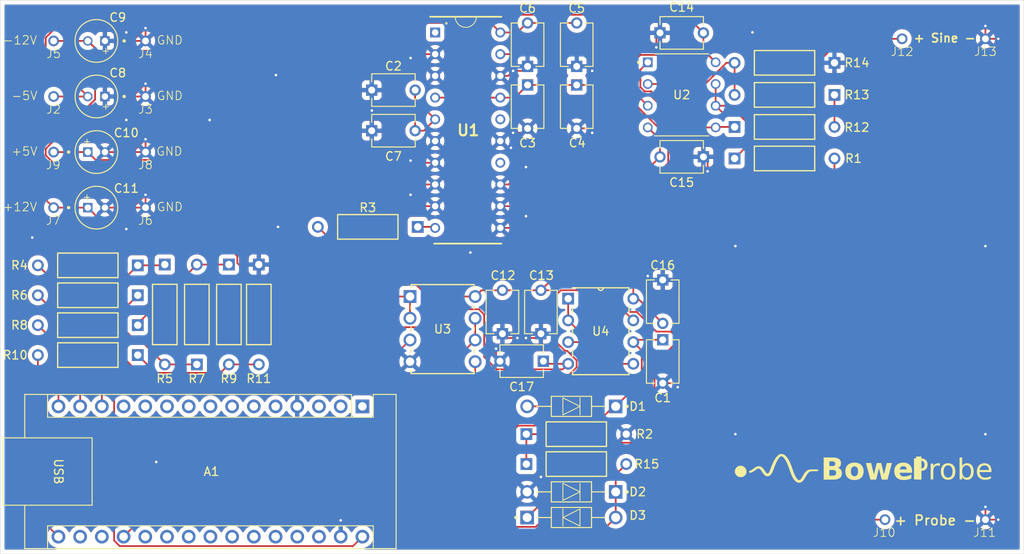
<source format=kicad_pcb>
(kicad_pcb (version 20241229) (generator "pcbnew") (generator_version "9.0")
  (layers (0 "F.Cu" signal) (2 "B.Cu" signal) (13 "F.Paste" user) (15 "B.Paste" user) (5 "F.SilkS" user "F.Silkscreen") (7 "B.SilkS" user "B.Silkscreen") (1 "F.Mask" user) (3 "B.Mask" user) (25 "Edge.Cuts" user))
  (net 0 "")
  (net 6 "Net-(A1-A0)")
  (net 10 "Net-(A1-D11)")
  (net 14 "Net-(A1-D13)")
  (net 15 "GND")
  (net 23 "Net-(A1-VIN)")
  (net 27 "Net-(A1-D12)")
  (net 28 "Net-(A1-D10)")
  (net 30 "Net-(D1-K)")
  (net 31 "Net-(U1-COSC)")
  (net 32 "Net-(D3-K)")
  (net 33 "Net-(J2-Pin_1)")
  (net 34 "Net-(J5-Pin_1)")
  (net 35 "Net-(D1-A)")
  (net 36 "Net-(D2-K)")
  (net 37 "Net-(J10-Pin_1)")
  (net 38 "Net-(J12-Pin_1)")
  (net 39 "Net-(U1-IIN)")
  (net 40 "Net-(R3-Pad2)")
  (net 41 "Net-(R4-Pad1)")
  (net 42 "Net-(R5-Pad2)")
  (net 43 "Net-(R7-Pad2)")
  (net 44 "Net-(R10-Pad1)")
  (net 45 "Net-(R12-Pad2)")
  (net 46 "Net-(U2-+IN_B)")
  (net 47 "Net-(U2--IN_A)")
  (net 49 "Net-(U1-OUT)")
  (net 52 "Net-(U4-1IN-)")
  (footprint "BowelProbe:Capacitor-10n" (layer "F.Cu") (at 149.75 70.96 90)
    (property "Reference" "C12")
    (property "Value" "0.1u" (hide yes))
  )
  (footprint "BowelProbe:CT3149-2" (layer "F.Cu") (at 97.25 39.25)
    (property "Reference" "J5")
    (property "Value" "Conn_01x01" (hide yes))
  )
  (footprint "BowelProbe:CT3149-0" (layer "F.Cu") (at 108 52.25)
    (property "Reference" "J8")
    (property "Value" "Conn_01x01" (hide yes))
  )
  (footprint "BowelProbe:Resistor-20k" (layer "F.Cu") (at 139.842 61 180)
    (property "Reference" "R3")
    (property "Value" "25k" (hide yes))
  )
  (footprint "BowelProbe:Capacitor-10u" (layer "F.Cu") (at 102.25 45.75 180)
    (property "Reference" "C8")
    (property "Value" "10u" (hide yes))
  )
  (footprint "BowelProbe:CT3149-5" (layer "F.Cu") (at 194.5 95.25)
    (property "Reference" "J10")
    (property "Value" "Conn_01x01" (hide yes))
  )
  (footprint "BowelProbe:Resistor-20k" (layer "F.Cu") (at 107.092 72.5 180)
    (property "Reference" "R8")
    (property "Value" "20k" (hide yes))
  )
  (footprint "BowelProbe:Capacitor-10n" (layer "F.Cu") (at 152.69 39.69 90)
    (property "Reference" "C6")
    (property "Value" "1n" (hide yes))
  )
  (footprint "BowelProbe:1N5817" (layer "F.Cu") (at 157.82 92 180)
    (property "Reference" "D2")
    (property "Value" "1N5817" (hide yes))
  )
  (footprint "BowelProbe:Resistor-20k" (layer "F.Cu") (at 121.25 65.408 -90)
    (property "Reference" "R11")
    (property "Value" "20k" (hide yes))
  )
  (footprint "BowelProbe:Resistor-20k" (layer "F.Cu") (at 107.092 76 180)
    (property "Reference" "R10")
    (property "Value" "20k" (hide yes))
  )
  (footprint "BowelProbe:PDIP8_300MC_MCH" (layer "F.Cu") (at 138.94 69.15)
    (property "Reference" "U3")
    (property "Value" "MCP6002-E/P" (hide yes))
  )
  (footprint "BowelProbe:Resistor-20k" (layer "F.Cu") (at 107.092 69 180)
    (property "Reference" "R6")
    (property "Value" "20k" (hide yes))
  )
  (footprint "BowelProbe:Capacitor-10n" (layer "F.Cu") (at 137 45)
    (property "Reference" "C2")
    (property "Value" "10n" (hide yes))
  )
  (footprint "BowelProbe:DIP794W45P254L959H508Q8" (layer "F.Cu") (at 170.72 45.56)
    (property "Reference" "U2")
    (property "Value" "OPA2134PA" (hide yes))
  )
  (footprint "BowelProbe:MAX038CPP" (layer "F.Cu") (at 145.69 49.69)
    (property "Reference" "U1")
    (property "Value" "MAX038CPP" (hide yes))
  )
  (footprint "Module:Arduino_Nano" (layer "F.Cu") (at 133.37 82 -90)
    (property "Reference" "A1")
    (property "Value" "Arduino_Nano_v2.x" (hide yes))
  )
  (footprint "BowelProbe:Resistor-20k" (layer "F.Cu") (at 117.75 65.408 -90)
    (property "Reference" "R9")
    (property "Value" "10k" (hide yes))
  )
  (footprint "BowelProbe:Resistor-20k" (layer "F.Cu") (at 188.592 41.81 180)
    (property "Reference" "R14")
    (property "Value" "10k" (hide yes))
  )
  (footprint "BowelProbe:Capacitor-10n" (layer "F.Cu") (at 158.44 39.69 90)
    (property "Reference" "C5")
    (property "Value" "1u" (hide yes))
  )
  (footprint "BowelProbe:CT3149-0" (layer "F.Cu") (at 108 39.25)
    (property "Reference" "J4")
    (property "Value" "Conn_01x01" (hide yes))
  )
  (footprint "BowelProbe:CT3149-0" (layer "F.Cu") (at 108 58.75)
    (property "Reference" "J6")
    (property "Value" "Conn_01x01" (hide yes))
  )
  (footprint "BowelProbe:Resistor-20k" (layer "F.Cu") (at 107.092 65.5 180)
    (property "Reference" "R4")
    (property "Value" "20k" (hide yes))
  )
  (footprint "BowelProbe:Capacitor-10n" (layer "F.Cu") (at 170.72 52.81 180)
    (property "Reference" "C15")
    (property "Value" "0.1u" (hide yes))
  )
  (footprint "BowelProbe:Resistor-20k" (layer "F.Cu") (at 114 77.092 90)
    (property "Reference" "R7")
    (property "Value" "10k" (hide yes))
  )
  (footprint "BowelProbe:Capacitor-10n" (layer "F.Cu") (at 154.25 70.96 90)
    (property "Reference" "C13")
    (property "Value" "1u" (hide yes))
  )
  (footprint "BowelProbe:Capacitor-10n" (layer "F.Cu") (at 170.72 38.31)
    (property "Reference" "C14")
    (property "Value" "0.1u" (hide yes))
  )
  (footprint "BowelProbe:Capacitor-10u" (layer "F.Cu") (at 102.25 52.25)
    (property "Reference" "C10")
    (property "Value" "10u" (hide yes))
  )
  (footprint "BowelProbe:Resistor-20k" (layer "F.Cu") (at 176.908 53)
    (property "Reference" "R1")
    (property "Value" "100" (hide yes))
  )
  (footprint "BowelProbe:CT3149-5" (layer "F.Cu") (at 206.25 95.25)
    (property "Reference" "J11")
    (property "Value" "Conn_01x01" (hide yes))
  )
  (footprint "BowelProbe:CT3149-0" (layer "F.Cu") (at 196.5 39 90)
    (property "Reference" "J12")
    (property "Value" "Conn_01x01" (hide yes))
  )
  (footprint "BowelProbe:Capacitor-10n" (layer "F.Cu") (at 168.5 69.75 -90)
    (property "Reference" "C16")
    (property "Value" "0.1u" (hide yes))
  )
  (footprint "BowelProbe:CT3149-0" (layer "F.Cu") (at 206.25 39 90)
    (property "Reference" "J13")
    (property "Value" "Conn_01x01" (hide yes))
  )
  (footprint "BowelProbe:Capacitor-10u" (layer "F.Cu") (at 102.25 58.75)
    (property "Reference" "C11")
    (property "Value" "10u" (hide yes))
  )
  (footprint "BowelProbe:Capacitor-10n" (layer "F.Cu") (at 152.69 46.94 -90)
    (property "Reference" "C3")
    (property "Value" "1n" (hide yes))
  )
  (footprint "BowelProbe:Capacitor-10n" (layer "F.Cu") (at 152 76.71 180)
    (property "Reference" "C17")
    (property "Value" "0.1u" (hide yes))
  )
  (footprint "BowelProbe:Capacitor-10n" (layer "F.Cu") (at 158.44 46.94 -90)
    (property "Reference" "C4")
    (property "Value" "1u" (hide yes))
  )
  (footprint "BowelProbe:Resistor-20k" (layer "F.Cu") (at 152.548 85.25)
    (property "Reference" "R2")
    (property "Value" "300k" (hide yes))
  )
  (footprint "BowelProbe:CT3149-2" (layer "F.Cu") (at 97.25 52.25)
    (property "Reference" "J9")
    (property "Value" "Conn_01x01" (hide yes))
  )
  (footprint "BowelProbe:P8" (layer "F.Cu") (at 165.06 77.02)
    (property "Reference" "U4")
    (property "Value" "TL072ACP" (hide yes))
  )
  (footprint "BowelProbe:1N5817" (layer "F.Cu") (at 157.82 95)
    (property "Reference" "D3")
    (property "Value" "1N5817" (hide yes))
  )
  (footprint "BowelProbe:CT3149-2" (layer "F.Cu") (at 97.25 45.75)
    (property "Reference" "J2")
    (property "Value" "Conn_01x01" (hide yes))
  )
  (footprint "LOGO" (layer "F.Cu") (at 181.874767 89.792376)
    (property "Reference" "G***" (hide yes))
    (property "Value" "LOGO" (hide yes))
  )
  (footprint "BowelProbe:Resistor-20k" (layer "F.Cu") (at 188.592 45.56 180)
    (property "Reference" "R13")
    (property "Value" "20k" (hide yes))
  )
  (footprint "BowelProbe:Capacitor-10n" (layer "F.Cu") (at 168.5 76.75 -90)
    (property "Reference" "C1")
    (property "Value" "0.1u" (hide yes))
  )
  (footprint "BowelProbe:CT3149-0" (layer "F.Cu") (at 108 45.75)
    (property "Reference" "J3")
    (property "Value" "Conn_01x01" (hide yes))
  )
  (footprint "BowelProbe:Capacitor-10u" (layer "F.Cu") (at 102.25 39.25 180)
    (property "Reference" "C9")
    (property "Value" "10u" (hide yes))
  )
  (footprint "BowelProbe:Resistor-20k" (layer "F.Cu") (at 152.548 88.75)
    (property "Reference" "R15")
    (property "Value" "1k" (hide yes))
  )
  (footprint "BowelProbe:1N5817" (layer "F.Cu") (at 157.82 82 180)
    (property "Reference" "D1")
    (property "Value" "1N5817" (hide yes))
  )
  (footprint "BowelProbe:Resistor-20k" (layer "F.Cu") (at 110.25 65.408 -90)
    (property "Reference" "R5")
    (property "Value" "10k" (hide yes))
  )
  (footprint "BowelProbe:CT3149-2" (layer "F.Cu") (at 97.25 58.75)
    (property "Reference" "J7")
    (property "Value" "Conn_01x01" (hide yes))
  )
  (footprint "BowelProbe:Capacitor-10n" (layer "F.Cu") (at 137 49.75)
    (property "Reference" "C7")
    (property "Value" "10n" (hide yes))
  )
  (footprint "BowelProbe:Resistor-20k" (layer "F.Cu") (at 176.908 49.31)
    (property "Reference" "R12")
    (property "Value" "20k" (hide yes))
  )
  (gr_rect (start 91 34.5) (end 210.75 99.25) (stroke (width 0.05)) (fill no) (layer "Edge.Cuts"))
  (gr_text "GND" (at 109.25 46.25 0) (layer "F.SilkS") (effects (font (size 1 1) (thickness 0.1)) (justify left bottom)))
  (gr_text "GND" (at 109.25 39.75 0) (layer "F.SilkS") (effects (font (size 1 1) (thickness 0.1)) (justify left bottom)))
  (gr_text "+ Sine -" (at 197.75 39.5 0) (layer "F.SilkS") (effects (font (size 1 1) (thickness 0.1905) (bold yes)) (justify left bottom)))
  (gr_text "+5V" (at 92.25 52.75 0) (layer "F.SilkS") (effects (font (size 1 1) (thickness 0.1)) (justify left bottom)))
  (gr_text "Bowel" (at 187 91 0) (layer "F.SilkS") (effects (font (size 2.54 2.54) (thickness 0.508) (bold yes)) (justify left bottom)))
  (gr_text "+ Probe -" (at 195.5 96 0) (layer "F.SilkS") (effects (font (size 1.143 1.143) (thickness 0.1905) (bold yes)) (justify left bottom)))
  (gr_text "+12V" (at 91.25 59.25 0) (layer "F.SilkS") (effects (font (size 1 1) (thickness 0.1)) (justify left bottom)))
  (gr_text "-5V" (at 92.25 46.25 0) (layer "F.SilkS") (effects (font (size 1 1) (thickness 0.1)) (justify left bottom)))
  (gr_text "GND" (at 109.2 52.75 0) (layer "F.SilkS") (effects (font (size 1 1) (thickness 0.1)) (justify left bottom)))
  (gr_text "-12V" (at 91.25 39.75 0) (layer "F.SilkS") (effects (font (size 1 1) (thickness 0.1)) (justify left bottom)))
  (gr_text "Probe" (at 197.562532 90.95 0) (layer "F.SilkS") (effects (font (size 2.413 2.413) (thickness 0.254)) (justify left bottom)))
  (gr_text "GND" (at 109.25 59.25 0) (layer "F.SilkS") (effects (font (size 1 1) (thickness 0.1)) (justify left bottom)))
  (segment (start 117.92 84.75) (end 105.43 97.24) (width 0.2) (layer "F.Cu") (net 6))
  (segment (start 136.04 84.75) (end 117.92 84.75) (width 0.2) (layer "F.Cu") (net 6))
  (segment (start 146.56 74.23) (end 136.04 84.75) (width 0.2) (layer "F.Cu") (net 6))
  (segment (start 146.56 74.23) (end 146.56 71.69) (width 0.2) (layer "F.Cu") (net 6))
  (segment (start 100.35 73.942) (end 95.408 69) (width 0.2) (layer "F.Cu") (net 10))
  (segment (start 100.35 82) (end 100.35 73.942) (width 0.2) (layer "F.Cu") (net 10))
  (segment (start 95.408 94.838) (end 95.408 76) (width 0.2) (layer "F.Cu") (net 14))
  (segment (start 97.81 97.24) (end 95.408 94.838) (width 0.2) (layer "F.Cu") (net 14))
  (segment (start 140.33 58.58) (end 139 57.25) (width 0.2) (layer "F.Cu") (net 15))
  (segment (start 149.5 58.58) (end 151.33 58.58) (width 0.2) (layer "F.Cu") (net 15))
  (segment (start 103.25 58.75) (end 106.5 58.75) (width 0.2) (layer "F.Cu") (net 15))
  (segment (start 139.59 53.25) (end 139 53.25) (width 0.2) (layer "F.Cu") (net 15))
  (segment (start 141.88 53.5) (end 139.25 53.5) (width 0.2) (layer "F.Cu") (net 15))
  (segment (start 150.29 51.75) (end 149.5 50.96) (width 0.2) (layer "F.Cu") (net 15))
  (segment (start 141.88 43.34) (end 139.79 41.25) (width 0.2) (layer "F.Cu") (net 15))
  (segment (start 206.25 95.25) (end 207.75 95.25) (width 0.2) (layer "F.Cu") (net 15))
  (segment (start 134.46 49.75) (end 134.46 47.40035) (width 0.2) (layer "F.Cu") (net 15))
  (segment (start 167.21 67.21) (end 166.75 66.75) (width 0.2) (layer "F.Cu") (net 15))
  (segment (start 151 42.75) (end 152.17 42.75) (width 0.2) (layer "F.Cu") (net 15))
  (segment (start 108 39.25) (end 108 37.75) (width 0.2) (layer "F.Cu") (net 15))
  (segment (start 167.75 40) (end 167.75 38.74) (width 0.2) (layer "F.Cu") (net 15))
  (segment (start 150.25 74) (end 149.75 73.5) (width 0.2) (layer "F.Cu") (net 15))
  (segment (start 106.5 58.75) (end 108 57.25) (width 0.2) (layer "F.Cu") (net 15))
  (segment (start 103.25 45.75) (end 106.5 45.75) (width 0.2) (layer "F.Cu") (net 15))
  (segment (start 141.88 56.04) (end 140.21 56.04) (width 0.2) (layer "F.Cu") (net 15))
  (segment (start 169.79 79.29) (end 170.25 79.75) (width 0.2) (layer "F.Cu") (net 15))
  (segment (start 106.5 39.25) (end 108 37.75) (width 0.2) (layer "F.Cu") (net 15))
  (segment (start 108 45.75) (end 108 44.25) (width 0.2) (layer "F.Cu") (net 15))
  (segment (start 149 76.25) (end 149.46 76.71) (width 0.2) (layer "F.Cu") (net 15))
  (segment (start 206.25 39) (end 206.25 37.5) (width 0.2) (layer "F.Cu") (net 15))
  (segment (start 149.5 61.12) (end 151.13 61.12) (width 0.2) (layer "F.Cu") (net 15))
  (segment (start 103.25 52.25) (end 106.5 52.25) (width 0.2) (layer "F.Cu") (net 15))
  (segment (start 130.83 95.33) (end 130.83 97.24) (width 0.2) (layer "F.Cu") (net 15))
  (segment (start 159.73 49.48) (end 158.44 49.48) (width 0.2) (layer "F.Cu") (net 15))
  (segment (start 134.46 47.40035) (end 134.469726 47.390624) (width 0.2) (layer "F.Cu") (net 15))
  (segment (start 150.41 43.34) (end 151 42.75) (width 0.2) (layer "F.Cu") (net 15))
  (segment (start 173.75 53.3) (end 173.26 52.81) (width 0.2) (layer "F.Cu") (net 15))
  (segment (start 106.5 58.75) (end 108 58.75) (width 0.2) (layer "F.Cu") (net 15))
  (segment (start 151.13 61.12) (end 152.5 59.75) (width 0.2) (layer "F.Cu") (net 15))
  (segment (start 106.5 52.25) (end 108 50.75) (width 0.2) (layer "F.Cu") (net 15))
  (segment (start 139.25 53.5) (end 139 53.25) (width 0.2) (layer "F.Cu") (net 15))
  (segment (start 160 42.75) (end 159.48 42.23) (width 0.2) (layer "F.Cu") (net 15))
  (segment (start 141.88 50.96) (end 139.59 53.25) (width 0.2) (layer "F.Cu") (net 15))
  (segment (start 168.5 79.29) (end 169.79 79.29) (width 0.2) (layer "F.Cu") (net 15))
  (segment (start 149.5 43.34) (end 150.41 43.34) (width 0.2) (layer "F.Cu") (net 15))
  (segment (start 167.75 38.74) (end 168.18 38.31) (width 0.2) (layer "F.Cu") (net 15))
  (segment (start 134.469726 47.390624) (end 134.46 47.380898) (width 0.2) (layer "F.Cu") (net 15))
  (segment (start 150.75 51.75) (end 150.29 51.75) (width 0.2) (layer "F.Cu") (net 15))
  (segment (start 149.5 56.04) (end 150.46 56.04) (width 0.2) (layer "F.Cu") (net 15))
  (segment (start 139.79 41.25) (end 139 41.25) (width 0.2) (layer "F.Cu") (net 15))
  (segment (start 160.25 50) (end 159.73 49.48) (width 0.2) (layer "F.Cu") (net 15))
  (segment (start 152.17 42.75) (end 152.69 42.23) (width 0.2) (layer "F.Cu") (net 15))
  (segment (start 108 39.25) (end 106.5 39.25) (width 0.2) (layer "F.Cu") (net 15))
  (segment (start 173.75 54.5) (end 173.75 53.3) (width 0.2) (layer "F.Cu") (net 15))
  (segment (start 168.5 67.21) (end 167.21 67.21) (width 0.2) (layer "F.Cu") (net 15))
  (segment (start 159.48 42.23) (end 158.44 42.23) (width 0.2) (layer "F.Cu") (net 15))
  (segment (start 108 58.75) (end 108 57.25) (width 0.2) (layer "F.Cu") (net 15))
  (segment (start 160.25 42.75) (end 160 42.75) (width 0.2) (layer "F.Cu") (net 15))
  (segment (start 206.25 95.25) (end 206.25 93.75) (width 0.2) (layer "F.Cu") (net 15))
  (segment (start 151.33 58.58) (end 152.5 59.75) (width 0.2) (layer "F.Cu") (net 15))
  (segment (start 108 45.75) (end 106.5 45.75) (width 0.2) (layer "F.Cu") (net 15))
  (segment (start 134.46 47.380898) (end 134.46 45) (width 0.2) (layer "F.Cu") (net 15))
  (segment (start 150.46 56.04) (end 152.5 54) (width 0.2) (layer "F.Cu") (net 15))
  (segment (start 151.5 74) (end 150.25 74) (width 0.2) (layer "F.Cu") (net 15))
  (segment (start 106.5 52.25) (end 108 52.25) (width 0.2) (layer "F.Cu") (net 15))
  (segment (start 103.25 39.25) (end 106.5 39.25) (width 0.2) (layer "F.Cu") (net 15))
  (segment (start 141.88 58.58) (end 140.33 58.58) (width 0.2) (layer "F.Cu") (net 15))
  (segment (start 206.25 39) (end 207.75 39) (width 0.2) (layer "F.Cu") (net 15))
  (segment (start 151 50) (end 152.17 50) (width 0.2) (layer "F.Cu") (net 15))
  (segment (start 108 52.25) (end 108 50.75) (width 0.2) (layer "F.Cu") (net 15))
  (segment (start 152.17 50) (end 152.69 49.48) (width 0.2) (layer "F.Cu") (net 15))
  (segment (start 106.5 45.75) (end 108 44.25) (width 0.2) (layer "F.Cu") (net 15))
  (segment (start 140.21 56.04) (end 139 57.25) (width 0.2) (layer "F.Cu") (net 15))
  (segment (start 141.88 40.8) (end 139.45 40.8) (width 0.2) (layer "F.Cu") (net 15))
  (segment (start 152.5 74) (end 153.75 74) (width 0.2) (layer "F.Cu") (net 15))
  (segment (start 153.75 74) (end 154.25 73.5) (width 0.2) (layer "F.Cu") (net 15))
  (segment (start 139.45 40.8) (end 139 41.25) (width 0.2) (layer "F.Cu") (net 15))
  (segment (start 149 75.25) (end 149 76.25) (width 0.2) (layer "F.Cu") (net 15))
  (via (at 139 57.25) (size 0.6) (drill 0.3) (layers "F.Cu" "B.Cu") (net 15))
  (via (at 115.5 48.5) (size 0.6) (drill 0.3) (layers "F.Cu" "B.Cu") (net 15))
  (via (at 123.5 61) (size 0.6) (drill 0.3) (layers "F.Cu" "B.Cu") (net 15))
  (via (at 105.75 48.5) (size 0.6) (drill 0.3) (layers "F.Cu" "B.Cu") (net 15))
  (via (at 108 44.25) (size 0.6) (drill 0.3) (layers "F.Cu" "B.Cu") (net 15))
  (via (at 179 38.25) (size 0.6) (drill 0.3) (layers "F.Cu" "B.Cu") (net 15))
  (via (at 206.25 37.5) (size 0.6) (drill 0.3) (layers "F.Cu" "B.Cu") (net 15))
  (via (at 151 50) (size 0.6) (drill 0.3) (layers "F.Cu" "B.Cu") (net 15))
  (via (at 160.25 50) (size 0.6) (drill 0.3) (layers "F.Cu" "B.Cu") (net 15))
  (via (at 173.75 54.5) (size 0.6) (drill 0.3) (layers "F.Cu" "B.Cu") (net 15))
  (via (at 150.75 51.75) (size 0.6) (drill 0.3) (layers "F.Cu" "B.Cu") (net 15))
  (via (at 105.75 38.25) (size 0.6) (drill 0.3) (layers "F.Cu" "B.Cu") (net 15))
  (via (at 134.469726 47.390624) (size 0.6) (drill 0.3) (layers "F.Cu" "B.Cu") (net 15))
  (via (at 108 50.75) (size 0.6) (drill 0.3) (layers "F.Cu" "B.Cu") (net 15))
  (via (at 151 42.75) (size 0.6) (drill 0.3) (layers "F.Cu" "B.Cu") (net 15))
  (via (at 149 75.25) (size 0.6) (drill 0.3) (layers "F.Cu" "B.Cu") (net 15))
  (via (at 109.25 88.5) (size 0.6) (drill 0.3) (layers "F.Cu" "B.Cu") (net 15))
  (via (at 139 41.25) (size 0.6) (drill 0.3) (layers "F.Cu" "B.Cu") (net 15))
  (via (at 152.5 54) (size 0.6) (drill 0.3) (layers "F.Cu" "B.Cu") (net 15))
  (via (at 139 53.25) (size 0.6) (drill 0.3) (layers "F.Cu" "B.Cu") (net 15))
  (via (at 177 63.25) (size 0.6) (drill 0.3) (layers "F.Cu" "B.Cu") (net 15))
  (via (at 108 57.25) (size 0.6) (drill 0.3) (layers "F.Cu" "B.Cu") (net 15))
  (via (at 167.75 40) (size 0.6) (drill 0.3) (layers "F.Cu" "B.Cu") (net 15))
  (via (at 177 85.25) (size 0.6) (drill 0.3) (layers "F.Cu" "B.Cu") (net 15))
  (via (at 152.5 74) (size 0.6) (drill 0.3) (layers "F.Cu" "B.Cu") (net 15))
  (via (at 207.75 95.25) (size 0.6) (drill 0.3) (layers "F.Cu" "B.Cu") (net 15))
  (via (at 130.83 95.33) (size 0.6) (drill 0.3) (layers "F.Cu" "B.Cu") (net 15))
  (via (at 94.75 62.25) (size 0.6) (drill 0.3) (layers "F.Cu" "B.Cu") (net 15))
  (via (at 146 64) (size 0.6) (drill 0.3) (layers "F.Cu" "B.Cu") (net 15))
  (via (at 151.5 74) (size 0.6) (drill 0.3) (layers "F.Cu" "B.Cu") (net 15))
  (via (at 206.25 63.25) (size 0.6) (drill 0.3) (layers "F.Cu" "B.Cu") (net 15))
  (via (at 166.75 66.75) (size 0.6) (drill 0.3) (layers "F.Cu" "B.Cu") (net 15))
  (via (at 154.25 90.25) (size 0.6) (drill 0.3) (layers "F.Cu" "B.Cu") (net 15))
  (via (at 170.25 79.75) (size 0.6) (drill 0.3) (layers "F.Cu" "B.Cu") (net 15))
  (via (at 105.75 61.25) (size 0.6) (drill 0.3) (layers "F.Cu" "B.Cu") (net 15))
  (via (at 160.25 42.75) (size 0.6) (drill 0.3) (layers "F.Cu" "B.Cu") (net 15))
  (via (at 206.25 85.25) (size 0.6) (drill 0.3) (layers "F.Cu" "B.Cu") (net 15))
  (via (at 108 37.75) (size 0.6) (drill 0.3) (layers "F.Cu" "B.Cu") (net 15))
  (via (at 152.5 59.75) (size 0.6) (drill 0.3) (layers "F.Cu" "B.Cu") (net 15))
  (via (at 206.25 93.75) (size 0.6) (drill 0.3) (layers "F.Cu" "B.Cu") (net 15))
  (via (at 123.25 43.25) (size 0.6) (drill 0.3) (layers "F.Cu" "B.Cu") (net 15))
  (via (at 207.75 39) (size 0.6) (drill 0.3) (layers "F.Cu" "B.Cu") (net 15))
  (segment (start 132.269 98.341) (end 133.37 97.24) (width 0.2) (layer "F.Cu") (net 23))
  (segment (start 171.2039 49.771) (end 171.2039 52.433391) (width 0.2) (layer "F.Cu") (net 23))
  (segment (start 104.329 97.69605) (end 104.97395 98.341) (width 0.2) (layer "F.Cu") (net 23))
  (segment (start 101.25 58.75) (end 104.329 61.829) (width 0.2) (layer "F.Cu") (net 23))
  (segment (start 165.61 69.4) (end 165.06 69.4) (width 0.2) (layer "F.Cu") (net 23))
  (segment (start 173.824 40.884) (end 165.884 40.884) (width 0.2) (layer "F.Cu") (net 23))
  (segment (start 165.483 41.285) (end 165.483 44.814809) (width 0.2) (layer "F.Cu") (net 23))
  (segment (start 166.225191 45.557) (end 166.9899 45.557) (width 0.2) (layer "F.Cu") (net 23))
  (segment (start 171.2039 52.433391) (end 165.06 58.577291) (width 0.2) (layer "F.Cu") (net 23))
  (segment (start 97.25 58.75) (end 101.25 58.75) (width 0.2) (layer "F.Cu") (net 23))
  (segment (start 104.97395 98.341) (end 132.269 98.341) (width 0.2) (layer "F.Cu") (net 23))
  (segment (start 174.69 41.75) (end 173.26 40.32) (width 0.2) (layer "F.Cu") (net 23))
  (segment (start 168.5 72.29) (end 165.61 69.4) (width 0.2) (layer "F.Cu") (net 23))
  (segment (start 174.69 41.75) (end 173.824 40.884) (width 0.2) (layer "F.Cu") (net 23))
  (segment (start 165.06 58.577291) (end 165.06 69.4) (width 0.2) (layer "F.Cu") (net 23))
  (segment (start 173.26 40.32) (end 173.26 38.31) (width 0.2) (layer "F.Cu") (net 23))
  (segment (start 95.923 38.700338) (end 98.433338 36.19) (width 0.2) (layer "F.Cu") (net 23))
  (segment (start 98.433338 36.19) (end 171.14 36.19) (width 0.2) (layer "F.Cu") (net 23))
  (segment (start 165.483 44.814809) (end 166.225191 45.557) (width 0.2) (layer "F.Cu") (net 23))
  (segment (start 97.25 58.75) (end 95.923 57.423) (width 0.2) (layer "F.Cu") (net 23))
  (segment (start 166.9899 45.557) (end 171.2039 49.771) (width 0.2) (layer "F.Cu") (net 23))
  (segment (start 171.14 36.19) (end 173.26 38.31) (width 0.2) (layer "F.Cu") (net 23))
  (segment (start 95.923 57.423) (end 95.923 38.700338) (width 0.2) (layer "F.Cu") (net 23))
  (segment (start 104.329 61.829) (end 104.329 97.69605) (width 0.2) (layer "F.Cu") (net 23))
  (segment (start 165.884 40.884) (end 165.483 41.285) (width 0.2) (layer "F.Cu") (net 23))
  (segment (start 97.81 74.902) (end 95.408 72.5) (width 0.2) (layer "F.Cu") (net 27))
  (segment (start 97.81 82) (end 97.81 74.902) (width 0.2) (layer "F.Cu") (net 27))
  (segment (start 102.89 82) (end 102.89 72.982) (width 0.2) (layer "F.Cu") (net 28))
  (segment (start 102.89 72.982) (end 95.408 65.5) (width 0.2) (layer "F.Cu") (net 28))
  (segment (start 165.33 74.21) (end 165.06 74.48) (width 0.2) (layer "F.Cu") (net 30))
  (segment (start 166.0468 75.4668) (end 166.0468 78.9532) (width 0.2) (layer "F.Cu") (net 30))
  (segment (start 152.548 88.75) (end 152.548 85.25) (width 0.2) (layer "F.Cu") (net 30))
  (segment (start 163 82) (end 162.75 82) (width 0.2) (layer "F.Cu") (net 30))
  (segment (start 166.0468 78.9532) (end 163 82) (width 0.2) (layer "F.Cu") (net 30))
  (segment (start 162.75 82) (end 159.5 85.25) (width 0.2) (layer "F.Cu") (net 30))
  (segment (start 168.5 74.21) (end 165.33 74.21) (width 0.2) (layer "F.Cu") (net 30))
  (segment (start 159.5 85.25) (end 152.548 85.25) (width 0.2) (layer "F.Cu") (net 30))
  (segment (start 165.06 74.48) (end 166.0468 75.4668) (width 0.2) (layer "F.Cu") (net 30))
  (segment (start 139.54 46.08) (end 141.88 48.42) (width 0.2) (layer "F.Cu") (net 31))
  (segment (start 139.54 49.75) (end 139.54 45.75) (width 0.2) (layer "F.Cu") (net 31))
  (segment (start 139.54 45.75) (end 139.54 46.08) (width 0.2) (layer "F.Cu") (net 31))
  (segment (start 139.54 45) (end 139.54 45.75) (width 0.2) (layer "F.Cu") (net 31))
  (segment (start 140.55 49.75) (end 141.88 48.42) (width 0.2) (layer "F.Cu") (net 31))
  (segment (start 139.54 49.75) (end 140.55 49.75) (width 0.2) (layer "F.Cu") (net 31))
  (segment (start 163.004709 44.4) (end 169.14 50.535291) (width 0.2) (layer "F.Cu") (net 32))
  (segment (start 169.14 53.53) (end 154.25 68.42) (width 0.2) (layer "F.Cu") (net 32))
  (segment (start 165.468746 70.9532) (end 167.765546 73.25) (width 0.2) (layer "F.Cu") (net 32))
  (segment (start 151.21 45.88) (end 152.69 44.4) (width 0.2) (layer "F.Cu") (net 32))
  (segment (start 154.25 68.42) (end 149.75 68.42) (width 0.2) (layer "F.Cu") (net 32))
  (segment (start 149.5 45.88) (end 151.21 45.88) (width 0.2) (layer "F.Cu") (net 32))
  (segment (start 167.765546 73.25) (end 169.46 73.25) (width 0.2) (layer "F.Cu") (net 32))
  (segment (start 101.25 52.25) (end 97.25 52.25) (width 0.2) (layer "F.Cu") (net 32))
  (segment (start 169.14 50.535291) (end 169.14 53.53) (width 0.2) (layer "F.Cu") (net 32))
  (segment (start 147.29 68.42) (end 146.56 69.15) (width 0.2) (layer "F.Cu") (net 32))
  (segment (start 155.9878 68.0122) (end 161.6993 68.0122) (width 0.2) (layer "F.Cu") (net 32))
  (segment (start 167.54 80.1) (end 152.64 95) (width 0.2) (layer "F.Cu") (net 32))
  (segment (start 161.6993 68.0122) (end 164.6403 70.9532) (width 0.2) (layer "F.Cu") (net 32))
  (segment (start 170 74.63) (end 167.54 77.09) (width 0.2) (layer "F.Cu") (net 32))
  (segment (start 169.46 73.25) (end 170 73.79) (width 0.2) (layer "F.Cu") (net 32))
  (segment (start 164.6403 70.9532) (end 165.468746 70.9532) (width 0.2) (layer "F.Cu") (net 32))
  (segment (start 125.0666 53.176) (end 102.176 53.176) (width 0.2) (layer "F.Cu") (net 32))
  (segment (start 149.75 68.42) (end 147.29 68.42) (width 0.2) (layer "F.Cu") (net 32))
  (segment (start 152.69 44.4) (end 158.44 44.4) (width 0.2) (layer "F.Cu") (net 32))
  (segment (start 155.58 68.42) (end 155.9878 68.0122) (width 0.2) (layer "F.Cu") (net 32))
  (segment (start 167.54 77.09) (end 167.54 80.1) (width 0.2) (layer "F.Cu") (net 32))
  (segment (start 170 73.79) (end 170 74.63) (width 0.2) (layer "F.Cu") (net 32))
  (segment (start 102.176 53.176) (end 101.25 52.25) (width 0.2) (layer "F.Cu") (net 32))
  (segment (start 158.44 44.4) (end 163.004709 44.4) (width 0.2) (layer "F.Cu") (net 32))
  (segment (start 146.56 69.15) (end 141.0406 69.15) (width 0.2) (layer "F.Cu") (net 32))
  (segment (start 149.5 45.88) (end 141.88 45.88) (width 0.2) (layer "F.Cu") (net 32))
  (segment (start 154.25 68.42) (end 155.58 68.42) (width 0.2) (layer "F.Cu") (net 32))
  (segment (start 141.0406 69.15) (end 125.0666 53.176) (width 0.2) (layer "F.Cu") (net 32))
  (segment (start 96.324 40.824) (end 96.324 38.866438) (width 0.2) (layer "F.Cu") (net 33))
  (segment (start 152.69 37.15) (end 152.6 37.15) (width 0.2) (layer "F.Cu") (net 33))
  (segment (start 97.25 45.75) (end 101.25 45.75) (width 0.2) (layer "F.Cu") (net 33))
  (segment (start 152.6 37.15) (end 151.49 38.26) (width 0.2) (layer "F.Cu") (net 33))
  (segment (start 101.25 45.75) (end 96.324 40.824) (width 0.2) (layer "F.Cu") (net 33))
  (segment (start 158.44 37.15) (end 152.69 37.15) (width 0.2) (layer "F.Cu") (net 33))
  (segment (start 151.49 38.26) (end 149.5 38.26) (width 0.2) (layer "F.Cu") (net 33))
  (segment (start 98.041438 37.149) (end 148.389 37.149) (width 0.2) (layer "F.Cu") (net 33))
  (segment (start 148.389 37.149) (end 149.5 38.26) (width 0.2) (layer "F.Cu") (net 33))
  (segment (start 96.324 38.866438) (end 98.041438 37.149) (width 0.2) (layer "F.Cu") (net 33))
  (segment (start 139.25 65.25) (end 114.399 40.399) (width 0.2) (layer "F.Cu") (net 34))
  (segment (start 146.995049 70.6397) (end 147.6103 71.254951) (width 0.2) (layer "F.Cu") (net 34))
  (segment (start 102.399 40.399) (end 101.25 39.25) (width 0.2) (layer "F.Cu") (net 34))
  (segment (start 96.324 52.633562) (end 98.440438 54.75) (width 0.2) (layer "F.Cu") (net 34))
  (segment (start 98.440438 54.75) (end 109.0656 54.75) (width 0.2) (layer "F.Cu") (net 34))
  (segment (start 126.2403 72.7403) (end 118.7368 65.2368) (width 0.2) (layer "F.Cu") (net 34))
  (segment (start 102.101 40.101) (end 102.101 46.102496) (width 0.2) (layer "F.Cu") (net 34))
  (segment (start 168.18 52.81) (end 155.75 65.24) (width 0.2) (layer "F.Cu") (net 34))
  (segment (start 144.1103 70.6397) (end 146.995049 70.6397) (width 0.2) (layer "F.Cu") (net 34))
  (segment (start 147.6103 71.254951) (end 147.6103 76.217946) (width 0.2) (layer "F.Cu") (net 34))
  (segment (start 157.44 77.02) (end 154.85 77.02) (width 0.2) (layer "F.Cu") (net 34))
  (segment (start 101.25 39.25) (end 102.101 40.101) (width 0.2) (layer "F.Cu") (net 34))
  (segment (start 102.101 46.102496) (end 101.602496 46.601) (width 0.2) (layer "F.Cu") (net 34))
  (segment (start 149.062354 77.67) (end 156.79 77.67) (width 0.2) (layer "F.Cu") (net 34))
  (segment (start 147.6103 76.217946) (end 149.062354 77.67) (width 0.2) (layer "F.Cu") (net 34))
  (segment (start 144.1103 70.6397) (end 142.0097 72.7403) (width 0.2) (layer "F.Cu") (net 34))
  (segment (start 96.324 51.866438) (end 96.324 52.633562) (width 0.2) (layer "F.Cu") (net 34))
  (segment (start 156.79 77.67) (end 157.44 77.02) (width 0.2) (layer "F.Cu") (net 34))
  (segment (start 142.0097 72.7403) (end 126.2403 72.7403) (width 0.2) (layer "F.Cu") (net 34))
  (segment (start 101.602496 46.601) (end 101.589438 46.601) (width 0.2) (layer "F.Cu") (net 34))
  (segment (start 109.0656 54.75) (end 118.7368 64.4212) (width 0.2) (layer "F.Cu") (net 34))
  (segment (start 168.18 50.8) (end 166.75 49.37) (width 0.2) (layer "F.Cu") (net 34))
  (segment (start 168.18 52.81) (end 168.18 50.8) (width 0.2) (layer "F.Cu") (net 34))
  (segment (start 155.75 65.25) (end 139.25 65.25) (width 0.2) (layer "F.Cu") (net 34))
  (segment (start 114.399 40.399) (end 102.399 40.399) (width 0.2) (layer "F.Cu") (net 34))
  (segment (start 101.589438 46.601) (end 96.324 51.866438) (width 0.2) (layer "F.Cu") (net 34))
  (segment (start 155.75 65.24) (end 155.75 65.25) (width 0.2) (layer "F.Cu") (net 34))
  (segment (start 101.25 39.25) (end 97.25 39.25) (width 0.2) (layer "F.Cu") (net 34))
  (segment (start 154.85 77.02) (end 154.54 76.71) (width 0.2) (layer "F.Cu") (net 34))
  (segment (start 118.7368 64.4212) (end 118.7368 65.2368) (width 0.2) (layer "F.Cu") (net 34))
  (segment (start 165.06 71.94) (end 161.5332 68.4132) (width 0.2) (layer "F.Cu") (net 35))
  (segment (start 156.5868 68.4132) (end 156 69) (width 0.2) (layer "F.Cu") (net 35))
  (segment (start 157.315546 75.5) (end 158.4268 76.611254) (width 0.2) (layer "F.Cu") (net 35))
  (segment (start 157.064454 75.5) (end 157.315546 75.5) (width 0.2) (layer "F.Cu") (net 35))
  (segment (start 158.4268 77.428746) (end 153.855546 82) (width 0.2) (layer "F.Cu") (net 35))
  (segment (start 156 69) (end 156 74.435546) (width 0.2) (layer "F.Cu") (net 35))
  (segment (start 153.855546 82) (end 152.64 82) (width 0.2) (layer "F.Cu") (net 35))
  (segment (start 156 74.435546) (end 157.064454 75.5) (width 0.2) (layer "F.Cu") (net 35))
  (segment (start 158.4268 76.611254) (end 158.4268 77.428746) (width 0.2) (layer "F.Cu") (net 35))
  (segment (start 161.5332 68.4132) (end 156.5868 68.4132) (width 0.2) (layer "F.Cu") (net 35))
  (segment (start 151.75 97.25) (end 146.56 92.06) (width 0.2) (layer "F.Cu") (net 36))
  (segment (start 163 95) (end 160.75 97.25) (width 0.2) (layer "F.Cu") (net 36))
  (segment (start 163 89.982) (end 163 92) (width 0.2) (layer "F.Cu") (net 36))
  (segment (start 164.232 88.75) (end 163 89.982) (width 0.2) (layer "F.Cu") (net 36))
  (segment (start 160.75 97.25) (end 151.75 97.25) (width 0.2) (layer "F.Cu") (net 36))
  (segment (start 146.56 92.06) (end 146.56 76.77) (width 0.2) (layer "F.Cu") (net 36))
  (segment (start 163 92) (end 163 95) (width 0.2) (layer "F.Cu") (net 36))
  (segment (start 151.1631 96.096) (end 150.75 95.6829) (width 0.2) (layer "F.Cu") (net 37))
  (segment (start 161.5 77.75) (end 161.5 76.5671) (width 0.2) (layer "F.Cu") (net 37))
  (segment (start 188.592 64.908) (end 167.25 86.25) (width 0.2) (layer "F.Cu") (net 37))
  (segment (start 155 84.25) (end 161.5 77.75) (width 0.2) (layer "F.Cu") (net 37))
  (segment (start 159.4129 74.48) (end 157.44 74.48) (width 0.2) (layer "F.Cu") (net 37))
  (segment (start 153.654 96.096) (end 151.1631 96.096) (width 0.2) (layer "F.Cu") (net 37))
  (segment (start 163.5 86.25) (end 153.654 96.096) (width 0.2) (layer "F.Cu") (net 37))
  (segment (start 176.25 95.25) (end 167.25 86.25) (width 0.2) (layer "F.Cu") (net 37))
  (segment (start 194.5 95.25) (end 176.25 95.25) (width 0.2) (layer "F.Cu") (net 37))
  (segment (start 194.5 95.592) (end 194.5 95.25) (width 0.2) (layer "F.Cu") (net 37))
  (segment (start 150.75 95.6829) (end 150.75 85.0744) (width 0.2) (layer "F.Cu") (net 37))
  (segment (start 150.75 85.0744) (end 151.5744 84.25) (width 0.2) (layer "F.Cu") (net 37))
  (segment (start 188.592 53) (end 188.592 64.908) (width 0.2) (layer "F.Cu") (net 37))
  (segment (start 161.5 76.5671) (end 159.4129 74.48) (width 0.2) (layer "F.Cu") (net 37))
  (segment (start 151.5744 84.25) (end 155 84.25) (width 0.2) (layer "F.Cu") (net 37))
  (segment (start 167.25 86.25) (end 163.5 86.25) (width 0.2) (layer "F.Cu") (net 37))
  (segment (start 177.5716 48) (end 175.86 48) (width 0.2) (layer "F.Cu") (net 38))
  (segment (start 174.69 46.83) (end 181.5984 46.83) (width 0.2) (layer "F.Cu") (net 38))
  (segment (start 174.69 44.29) (end 174.69 46.83) (width 0.2) (layer "F.Cu") (net 38))
  (segment (start 175.86 48) (end 174.69 46.83) (width 0.2) (layer "F.Cu") (net 38))
  (segment (start 196.5 39) (end 189.4284 39) (width 0.2) (layer "F.Cu") (net 38))
  (segment (start 189.4284 39) (end 181.5984 46.83) (width 0.2) (layer "F.Cu") (net 38))
  (segment (start 179 49.4284) (end 177.5716 48) (width 0.2) (layer "F.Cu") (net 38))
  (segment (start 179 50.908) (end 179 49.4284) (width 0.2) (layer "F.Cu") (net 38))
  (segment (start 176.908 53) (end 179 50.908) (width 0.2) (layer "F.Cu") (net 38))
  (segment (start 139.842 61) (end 141.76 61) (width 0.2) (layer "F.Cu") (net 39))
  (segment (start 141.76 61) (end 141.88 61.12) (width 0.2) (layer "F.Cu") (net 39))
  (segment (start 138.94 69.15) (end 138.94 71.69) (width 0.2) (layer "F.Cu") (net 40))
  (segment (start 136.308 69.15) (end 128.158 61) (width 0.2) (layer "F.Cu") (net 40))
  (segment (start 138.94 69.15) (end 136.308 69.15) (width 0.2) (layer "F.Cu") (net 40))
  (segment (start 107.092 65.5) (end 110.158 65.5) (width 0.2) (layer "F.Cu") (net 41))
  (segment (start 134.6902 78.4798) (end 107.5982 78.4798) (width 0.2) (layer "F.Cu") (net 41))
  (segment (start 107.5982 78.4798) (end 105.099 75.9806) (width 0.2) (layer "F.Cu") (net 41))
  (segment (start 110.158 65.5) (end 110.25 65.408) (width 0.2) (layer "F.Cu") (net 41))
  (segment (start 105.099 75.9806) (end 105.099 67.493) (width 0.2) (layer "F.Cu") (net 41))
  (segment (start 105.099 67.493) (end 107.092 65.5) (width 0.2) (layer "F.Cu") (net 41))
  (segment (start 138.94 74.23) (end 134.6902 78.4798) (width 0.2) (layer "F.Cu") (net 41))
  (segment (start 107.658 74.5) (end 107 74.5) (width 0.2) (layer "F.Cu") (net 42))
  (segment (start 107 74.5) (end 105.5 73) (width 0.2) (layer "F.Cu") (net 42))
  (segment (start 110.25 77.092) (end 107.658 74.5) (width 0.2) (layer "F.Cu") (net 42))
  (segment (start 105.5 70.592) (end 107.092 69) (width 0.2) (layer "F.Cu") (net 42))
  (segment (start 105.5 73) (end 105.5 70.592) (width 0.2) (layer "F.Cu") (net 42))
  (segment (start 110.25 77.092) (end 114 77.092) (width 0.2) (layer "F.Cu") (net 42))
  (segment (start 114 65.408) (end 117.75 65.408) (width 0.2) (layer "F.Cu") (net 43))
  (segment (start 107.092 72.316) (end 114 65.408) (width 0.2) (layer "F.Cu") (net 43))
  (segment (start 107.092 72.5) (end 107.092 72.316) (width 0.2) (layer "F.Cu") (net 43))
  (segment (start 117.75 77.092) (end 121.25 77.092) (width 0.2) (layer "F.Cu") (net 44))
  (segment (start 107.092 76) (end 109.1708 78.0788) (width 0.2) (layer "F.Cu") (net 44))
  (segment (start 109.1708 78.0788) (end 116.7632 78.0788) (width 0.2) (layer "F.Cu") (net 44))
  (segment (start 116.7632 78.0788) (end 117.75 77.092) (width 0.2) (layer "F.Cu") (net 44))
  (segment (start 188.592 45.56) (end 188.592 49.31) (width 0.2) (layer "F.Cu") (net 45))
  (segment (start 165.884 43.931291) (end 165.884 44.648709) (width 0.2) (layer "F.Cu") (net 46))
  (segment (start 174.75 49.31) (end 174.69 49.37) (width 0.2) (layer "F.Cu") (net 46))
  (segment (start 166.75 41.75) (end 165.884 42.616) (width 0.2) (layer "F.Cu") (net 46))
  (segment (start 165.884 44.648709) (end 166.391291 45.156) (width 0.2) (layer "F.Cu") (net 46))
  (segment (start 165.884 42.616) (end 165.884 43.884) (width 0.2) (layer "F.Cu") (net 46))
  (segment (start 165.884 43.884) (end 165.907646 43.907646) (width 0.2) (layer "F.Cu") (net 46))
  (segment (start 167.132355 45.132355) (end 171.37 49.37) (width 0.2) (layer "F.Cu") (net 46))
  (segment (start 171.37 49.37) (end 174.69 49.37) (width 0.2) (layer "F.Cu") (net 46))
  (segment (start 176.908 49.31) (end 174.75 49.31) (width 0.2) (layer "F.Cu") (net 46))
  (segment (start 165.907646 43.907646) (end 165.884 43.931291) (width 0.2) (layer "F.Cu") (net 46))
  (segment (start 167.108709 45.156) (end 167.132355 45.132355) (width 0.2) (layer "F.Cu") (net 46))
  (segment (start 166.391291 45.156) (end 167.108709 45.156) (width 0.2) (layer "F.Cu") (net 46))
  (segment (start 176.908 45.56) (end 176.908 41.81) (width 0.2) (layer "F.Cu") (net 47))
  (segment (start 173.465291 44.29) (end 166.75 44.29) (width 0.2) (layer "F.Cu") (net 47))
  (segment (start 176.908 41.81) (end 175.945291 41.81) (width 0.2) (layer "F.Cu") (net 47))
  (segment (start 175.945291 41.81) (end 173.465291 44.29) (width 0.2) (layer "F.Cu") (net 47))
  (segment (start 149.5 40.8) (end 160.72 40.8) (width 0.2) (layer "F.Cu") (net 49))
  (segment (start 160.72 40.8) (end 166.75 46.83) (width 0.2) (layer "F.Cu") (net 49))
  (segment (start 162.52 77.02) (end 165.06 77.02) (width 0.2) (layer "F.Cu") (net 52))
  (segment (start 157.44 71.94) (end 162.52 77.02) (width 0.2) (layer "F.Cu") (net 52))
  (segment (start 157.44 69.4) (end 157.44 71.94) (width 0.2) (layer "F.Cu") (net 52))
  (zone (net 15) (net_name "GND") (layer "F.Cu") (priority 1) (connect_pads (clearance 0.5)) (min_thickness 0.25) (fill yes (thermal_gap 0.5) (thermal_bridge_width 0.5))
    (polygon (pts (xy 91 34.5) (xy 210.75 34.5) (xy 210.75 99.25) (xy 91 99.25)))
  )
  (zone (net 15) (net_name "GND") (layer "B.Cu") (connect_pads (clearance 0.5)) (min_thickness 0.25) (fill yes (thermal_gap 0.5) (thermal_bridge_width 0.5))
    (polygon (pts (xy 91 34.5) (xy 210.75 34.5) (xy 210.75 99.25) (xy 91 99.25)))
  )
)
</source>
